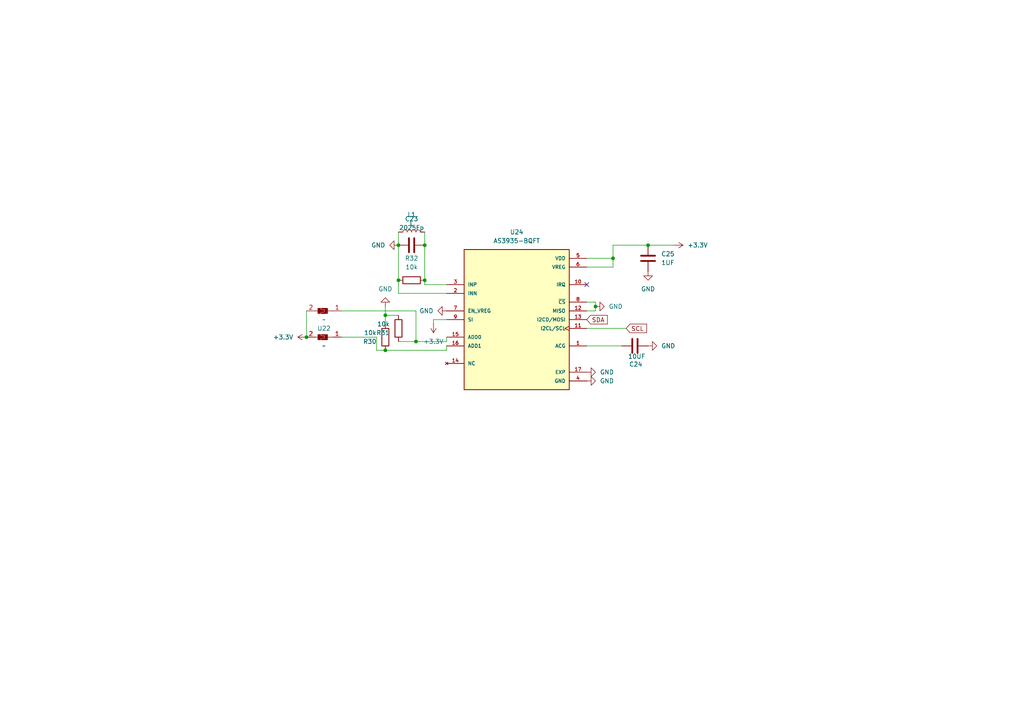
<source format=kicad_sch>
(kicad_sch (version 20250114) (generator "eeschema") (generator_version "9.0")
  (paper "A4")
  (lib_symbols
    (symbol "AS3935-BQFT:AS3935-BQFT" (pin_names (offset 1.016))
      (property "Reference" "U" (at -15.24 21.082 0))
      (property "Value" "AS3935-BQFT" (at -15.24 -22.86 0))
      (symbol "AS3935-BQFT_0_0"
        (rectangle (start -15.24 -20.32) (end 15.24 20.32) (stroke (width 0.254)) (fill (type background)))
        (pin bidirectional line (at -20.32 10.16 0) (length 5.08) (name "INP") (number "3"))
        (pin bidirectional line (at -20.32 7.62 0) (length 5.08) (name "INN") (number "2"))
        (pin input line (at -20.32 2.54 0) (length 5.08) (name "EN_VREG") (number "7"))
        (pin input line (at -20.32 0 0) (length 5.08) (name "SI") (number "9"))
        (pin input line (at -20.32 -5.08 0) (length 5.08) (name "ADD0") (number "15"))
        (pin input line (at -20.32 -7.62 0) (length 5.08) (name "ADD1") (number "16"))
        (pin no_connect line (at -20.32 -12.7 0) (length 5.08) (name "NC") (number "14"))
        (pin power_in line (at 20.32 17.78 180) (length 5.08) (name "VDD") (number "5"))
        (pin power_in line (at 20.32 15.24 180) (length 5.08) (name "VREG") (number "6"))
        (pin output line (at 20.32 10.16 180) (length 5.08) (name "IRQ") (number "10"))
        (pin input line (at 20.32 5.08 180) (length 5.08) (name "~{CS}") (number "8"))
        (pin output line (at 20.32 2.54 180) (length 5.08) (name "MISO") (number "12"))
        (pin bidirectional line (at 20.32 0 180) (length 5.08) (name "I2CD/MOSI") (number "13"))
        (pin input clock (at 20.32 -2.54 180) (length 5.08) (name "I2CL/SCL") (number "11"))
        (pin passive line (at 20.32 -7.62 180) (length 5.08) (name "ACG") (number "1"))
        (pin power_in line (at 20.32 -15.24 180) (length 5.08) (name "EXP") (number "17"))
        (pin power_in line (at 20.32 -17.78 180) (length 5.08) (name "GND") (number "4"))
      )
    )
    (symbol "Custom:OpenJumper"
      (property "Reference" "U" (at 0 0 0))
      (symbol "OpenJumper_0_1"
        (polyline (pts (xy -2.54 -2.54) (xy -1.016 -2.54)))
        (polyline (pts (xy 2.54 -2.54) (xy 1.778 -2.54)))
      )
      (symbol "OpenJumper_1_1"
        (polyline (pts (xy -1.016 -1.778) (xy -1.016 -3.302) (xy 0.762 -3.302) (xy 0.762 -3.048) (xy -0.254 -3.048) (xy -0.254 -2.032) (xy 0.762 -2.032) (xy 0.762 -1.778) (xy -1.016 -1.778)) (fill (type outline)))
        (rectangle (start -0.254 -1.778) (end 0.762 -2.032) (fill (type outline)))
        (polyline (pts (xy 1.778 -2.54) (xy 1.778 -1.778) (xy 1.016 -1.778) (xy 1.016 -2.286) (xy 0 -2.286) (xy 0 -2.794) (xy 1.016 -2.794) (xy 1.016 -3.302) (xy 1.778 -3.302) (xy 1.778 -2.54)) (fill (type outline)))
        (pin passive line (at -5.08 -2.54 0) (length 2.54) (name "") (number "1"))
        (pin passive line (at 5.08 -2.54 180) (length 2.54) (name "") (number "2"))
      )
    )
    (symbol "Device:C" (pin_numbers (hide yes)) (pin_names (offset 0.254))
      (property "Reference" "C" (at 0.635 2.54 0))
      (property "Value" "C" (at 0.635 -2.54 0))
      (symbol "C_0_1"
        (polyline (pts (xy -2.032 0.762) (xy 2.032 0.762)) (stroke (width 0.508)))
        (polyline (pts (xy -2.032 -0.762) (xy 2.032 -0.762)) (stroke (width 0.508)))
      )
      (symbol "C_1_1"
        (pin passive line (at 0 3.81 270) (length 2.794) (name "~") (number "1"))
        (pin passive line (at 0 -3.81 90) (length 2.794) (name "~") (number "2"))
      )
    )
    (symbol "Device:L" (pin_numbers (hide yes)) (pin_names (offset 1.016) (hide yes))
      (property "Reference" "L" (at -1.27 0 90))
      (property "Value" "L" (at 1.905 0 90))
      (symbol "L_0_1"
        (arc (start 0 2.54) (mid 0.6323 1.905) (end 0 1.27))
        (arc (start 0 1.27) (mid 0.6323 0.635) (end 0 0))
        (arc (start 0 0) (mid 0.6323 -0.635) (end 0 -1.27))
        (arc (start 0 -1.27) (mid 0.6323 -1.905) (end 0 -2.54))
      )
      (symbol "L_1_1"
        (pin passive line (at 0 3.81 270) (length 1.27) (name "1") (number "1"))
        (pin passive line (at 0 -3.81 90) (length 1.27) (name "2") (number "2"))
      )
    )
    (symbol "Device:R" (pin_numbers (hide yes)) (pin_names (offset 0))
      (property "Reference" "R" (at 2.032 0 90))
      (property "Value" "R" (at 0 0 90))
      (symbol "R_0_1"
        (rectangle (start -1.016 -2.54) (end 1.016 2.54) (stroke (width 0.254)))
      )
      (symbol "R_1_1"
        (pin passive line (at 0 3.81 270) (length 1.27) (name "~") (number "1"))
        (pin passive line (at 0 -3.81 90) (length 1.27) (name "~") (number "2"))
      )
    )
    (symbol "power:+3.3V" (power) (pin_numbers (hide yes)) (pin_names (offset 0) (hide yes))
      (property "Value" "+3.3V" (at 0 3.556 0))
      (symbol "+3.3V_0_1"
        (polyline (pts (xy -0.762 1.27) (xy 0 2.54)))
        (polyline (pts (xy 0 2.54) (xy 0.762 1.27)))
        (polyline (pts (xy 0 0) (xy 0 2.54)))
      )
      (symbol "+3.3V_1_1"
        (pin power_in line (at 0 0 90) (length 0) (name "~") (number "1"))
      )
    )
    (symbol "power:GND" (power) (pin_numbers (hide yes)) (pin_names (offset 0) (hide yes))
      (property "Value" "GND" (at 0 -3.81 0))
      (symbol "GND_0_1"
        (polyline (pts (xy 0 0) (xy 0 -1.27) (xy 1.27 -1.27) (xy 0 -2.54) (xy -1.27 -1.27) (xy 0 -1.27)))
      )
      (symbol "GND_1_1"
        (pin power_in line (at 0 0 270) (length 0) (name "~") (number "1"))
      )
    )
  )
  (junction (at 187.96 71.12))
  (junction (at 172.72 88.9))
  (junction (at 177.8 74.93))
  (junction (at 111.76 91.44))
  (junction (at 123.19 81.28))
  (junction (at 88.9 97.79))
  (junction (at 115.57 71.12))
  (junction (at 123.19 71.12))
  (junction (at 111.76 101.6))
  (junction (at 120.65 99.06))
  (junction (at 115.57 81.28))
  (no_connect (at 170.18 82.55))
  (wire (pts (xy 125.73 92.71) (xy 125.73 93.98)))
  (wire (pts (xy 181.61 95.25) (xy 170.18 95.25)))
  (wire (pts (xy 172.72 90.17) (xy 172.72 88.9)))
  (wire (pts (xy 177.8 74.93) (xy 177.8 77.47)))
  (wire (pts (xy 115.57 71.12) (xy 115.57 81.28)))
  (wire (pts (xy 129.54 101.6) (xy 129.54 100.33)))
  (wire (pts (xy 170.18 74.93) (xy 177.8 74.93)))
  (wire (pts (xy 177.8 74.93) (xy 177.8 71.12)))
  (wire (pts (xy 111.76 91.44) (xy 111.76 88.9)))
  (wire (pts (xy 170.18 77.47) (xy 177.8 77.47)))
  (wire (pts (xy 129.54 99.06) (xy 129.54 97.79)))
  (wire (pts (xy 109.22 101.6) (xy 109.22 97.79)))
  (wire (pts (xy 129.54 92.71) (xy 125.73 92.71)))
  (wire (pts (xy 109.22 97.79) (xy 99.06 97.79)))
  (wire (pts (xy 88.9 97.79) (xy 88.9 90.17)))
  (wire (pts (xy 129.54 82.55) (xy 123.19 82.55)))
  (wire (pts (xy 177.8 71.12) (xy 187.96 71.12)))
  (wire (pts (xy 123.19 67.31) (xy 123.19 71.12)))
  (wire (pts (xy 115.57 91.44) (xy 111.76 91.44)))
  (wire (pts (xy 170.18 90.17) (xy 172.72 90.17)))
  (wire (pts (xy 111.76 101.6) (xy 109.22 101.6)))
  (wire (pts (xy 187.96 71.12) (xy 195.58 71.12)))
  (wire (pts (xy 172.72 88.9) (xy 172.72 87.63)))
  (wire (pts (xy 123.19 81.28) (xy 123.19 82.55)))
  (wire (pts (xy 123.19 71.12) (xy 123.19 81.28)))
  (wire (pts (xy 115.57 99.06) (xy 120.65 99.06)))
  (wire (pts (xy 115.57 81.28) (xy 115.57 85.09)))
  (wire (pts (xy 115.57 67.31) (xy 115.57 71.12)))
  (wire (pts (xy 170.18 100.33) (xy 180.34 100.33)))
  (wire (pts (xy 111.76 101.6) (xy 129.54 101.6)))
  (wire (pts (xy 172.72 87.63) (xy 170.18 87.63)))
  (wire (pts (xy 120.65 99.06) (xy 120.65 90.17)))
  (wire (pts (xy 120.65 90.17) (xy 99.06 90.17)))
  (wire (pts (xy 111.76 93.98) (xy 111.76 91.44)))
  (wire (pts (xy 129.54 85.09) (xy 115.57 85.09)))
  (wire (pts (xy 120.65 99.06) (xy 129.54 99.06)))
  (global_label "SDA" (shape input) (at 170.18 92.71 0) (property "Intersheetrefs" "${INTERSHEET_REFS}" (effects (hide yes))))
  (global_label "SCL" (shape input) (at 181.61 95.25 0) (property "Intersheetrefs" "${INTERSHEET_REFS}" (effects (hide yes))))
  (symbol (lib_id "power:+3.3V") (at 125.73 93.98 180) (unit 1)
    (property "Reference" "#PWR091" (effects (hide yes)))
    (property "Value" "+3.3V" (at 125.73 99.06 0))
    (property "Description" "Power symbol creates a global label with name \"+3.3V\"" (effects (hide yes)))
  )
  (symbol (lib_id "Device:L") (at 119.38 67.31 90) (unit 1)
    (property "Reference" "L1" (at 119.38 62.23 90))
    (property "Value" "L" (at 119.38 64.77 90))
    (property "Description" "Inductor" (effects (hide yes)))
  )
  (symbol (lib_id "power:GND") (at 170.18 110.49 90) (unit 1)
    (property "Reference" "#PWR094" (effects (hide yes)))
    (property "Value" "GND" (at 173.99 110.4899 90) (effects (justify right)))
    (property "Description" "Power symbol creates a global label with name \"GND\" , ground" (effects (hide yes)))
  )
  (symbol (lib_id "Device:C") (at 184.15 100.33 90) (unit 1)
    (property "Reference" "C24" (at 184.404 105.664 90))
    (property "Value" "10UF" (at 184.658 103.378 90))
    (property "Footprint" "Capacitor_SMD:C_0402_1005Metric" (effects (hide yes)))
    (property "Description" "Unpolarized capacitor" (effects (hide yes)))
  )
  (symbol (lib_id "Custom:OpenJumper") (at 93.98 100.33 180) (unit 1)
    (property "Reference" "U23" (effects (hide yes)))
    (property "Value" "~" (at 93.98 100.33 0))
  )
  (symbol (lib_id "power:GND") (at 129.54 90.17 270) (unit 1)
    (property "Reference" "#PWR092" (effects (hide yes)))
    (property "Value" "GND" (at 125.73 90.1699 90) (effects (justify right)))
    (property "Description" "Power symbol creates a global label with name \"GND\" , ground" (effects (hide yes)))
  )
  (symbol (lib_id "power:GND") (at 115.57 71.12 270) (unit 1)
    (property "Reference" "#PWR090" (effects (hide yes)))
    (property "Value" "GND" (at 111.76 71.1199 90) (effects (justify right)))
    (property "Description" "Power symbol creates a global label with name \"GND\" , ground" (effects (hide yes)))
  )
  (symbol (lib_id "power:GND") (at 187.96 78.74 0) (unit 1)
    (property "Reference" "#PWR096" (effects (hide yes)))
    (property "Value" "GND" (at 187.96 83.82 0))
    (property "Description" "Power symbol creates a global label with name \"GND\" , ground" (effects (hide yes)))
  )
  (symbol (lib_id "Device:C") (at 119.38 71.12 90) (unit 1)
    (property "Reference" "C23" (at 119.38 63.5 90))
    (property "Value" "2025Fp" (at 119.38 66.04 90))
    (property "Footprint" "Capacitor_SMD:C_0402_1005Metric" (effects (hide yes)))
    (property "Description" "Unpolarized capacitor" (effects (hide yes)))
  )
  (symbol (lib_id "power:GND") (at 187.96 100.33 90) (unit 1)
    (property "Reference" "#PWR097" (effects (hide yes)))
    (property "Value" "GND" (at 191.77 100.3299 90) (effects (justify right)))
    (property "Description" "Power symbol creates a global label with name \"GND\" , ground" (effects (hide yes)))
  )
  (symbol (lib_id "Device:C") (at 187.96 74.93 0) (unit 1)
    (property "Reference" "C25" (at 191.77 73.6599 0) (effects (justify left)))
    (property "Value" "1UF" (at 191.77 76.1999 0) (effects (justify left)))
    (property "Footprint" "Capacitor_SMD:C_0402_1005Metric" (effects (hide yes)))
    (property "Description" "Unpolarized capacitor" (effects (hide yes)))
  )
  (symbol (lib_id "AS3935-BQFT:AS3935-BQFT") (at 149.86 92.71 0) (unit 1)
    (property "Reference" "U24" (at 149.86 67.31 0))
    (property "Value" "AS3935-BQFT" (at 149.86 69.85 0))
    (property "PRICE" "v1-04" (effects (hide yes)))
    (property "STANDARD" "IPC-7351B" (effects (hide yes)))
    (property "MAXIMUM_PACKAGE_HEIGHT" "0.8mm" (effects (hide yes)))
    (property "MANUFACTURER" "ScioSense" (effects (hide yes)))
  )
  (symbol (lib_id "power:GND") (at 170.18 107.95 90) (unit 1)
    (property "Reference" "#PWR093" (effects (hide yes)))
    (property "Value" "GND" (at 173.99 107.9499 90) (effects (justify right)))
    (property "Description" "Power symbol creates a global label with name \"GND\" , ground" (effects (hide yes)))
  )
  (symbol (lib_id "power:+3.3V") (at 88.9 97.79 90) (unit 1)
    (property "Reference" "#PWR088" (effects (hide yes)))
    (property "Value" "+3.3V" (at 85.09 97.7901 90) (effects (justify left)))
    (property "Description" "Power symbol creates a global label with name \"+3.3V\"" (effects (hide yes)))
  )
  (symbol (lib_id "power:+3.3V") (at 195.58 71.12 270) (unit 1)
    (property "Reference" "#PWR098" (effects (hide yes)))
    (property "Value" "+3.3V" (at 199.39 71.1199 90) (effects (justify left)))
    (property "Description" "Power symbol creates a global label with name \"+3.3V\"" (effects (hide yes)))
  )
  (symbol (lib_id "power:GND") (at 111.76 88.9 180) (unit 1)
    (property "Reference" "#PWR089" (effects (hide yes)))
    (property "Value" "GND" (at 111.76 83.82 0))
    (property "Description" "Power symbol creates a global label with name \"GND\" , ground" (effects (hide yes)))
  )
  (symbol (lib_id "Device:R") (at 115.57 95.25 180) (unit 1)
    (property "Reference" "R31" (at 113.03 96.5201 0) (effects (justify left)))
    (property "Value" "10k" (at 113.03 93.9801 0) (effects (justify left)))
    (property "Footprint" "Resistor_SMD:R_0402_1005Metric" (effects (hide yes)))
    (property "Description" "Resistor" (effects (hide yes)))
  )
  (symbol (lib_id "Custom:OpenJumper") (at 93.98 92.71 180) (unit 1)
    (property "Reference" "U22" (at 93.98 95.25 0))
    (property "Value" "~" (at 93.98 92.71 0))
  )
  (symbol (lib_id "Device:R") (at 111.76 97.79 180) (unit 1)
    (property "Reference" "R30" (at 109.22 99.0601 0) (effects (justify left)))
    (property "Value" "10k" (at 109.22 96.5201 0) (effects (justify left)))
    (property "Footprint" "Resistor_SMD:R_0402_1005Metric" (effects (hide yes)))
    (property "Description" "Resistor" (effects (hide yes)))
  )
  (symbol (lib_id "Device:R") (at 119.38 81.28 90) (unit 1)
    (property "Reference" "R32" (at 119.38 74.93 90))
    (property "Value" "10k" (at 119.38 77.47 90))
    (property "Footprint" "Resistor_SMD:R_0402_1005Metric" (effects (hide yes)))
    (property "Description" "Resistor" (effects (hide yes)))
  )
  (symbol (lib_id "power:GND") (at 172.72 88.9 90) (unit 1)
    (property "Reference" "#PWR095" (effects (hide yes)))
    (property "Value" "GND" (at 176.53 88.8999 90) (effects (justify right)))
    (property "Description" "Power symbol creates a global label with name \"GND\" , ground" (effects (hide yes)))
  )
)
</source>
